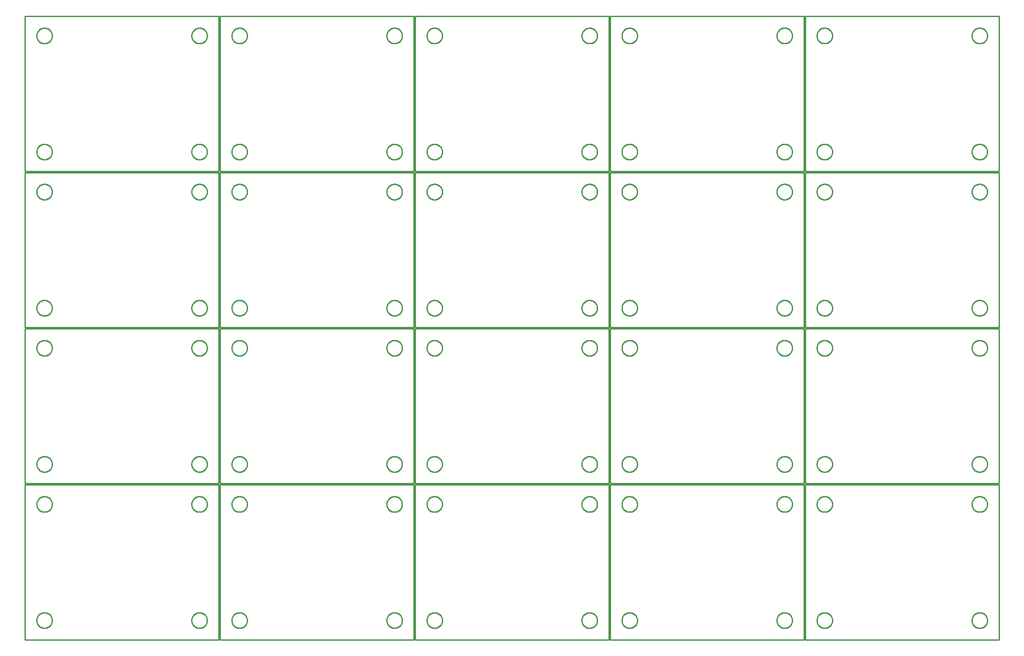
<source format=gbr>
G04 Panel Editor  V12.2 (Build 1133) Date:  Mon Apr 13 15:19:44 2020 *
G04 Database: C:\Users\sergey\Documents\EAGLE\projects\Led_amp\export\CAMOutputs\Panel\Led_amp.cam *
G04 Layer 4: profile.gbr *
%FSLAX34Y34*%
%MOMM*%
%SFA1.000B1.000*%

%MIA0B0*%
%IPPOS*%
%ADD19C,0.25400*%
%LNprofile.gbr*%
%SRX1Y1I0J0*%
%LPD*%
%SRX5Y4I37.754J30.254*%
G54D19*
X1270Y1270D02*
G01X376270D01*
Y301270*
X1270*
Y1270*
X53770Y38234D02*
G01X53694Y37166D01*
X53541Y36105*
X53313Y35058*
X53011Y34030*
X52637Y33026*
X52192Y32051*
X51678Y31111*
X51099Y30210*
X50457Y29352*
X49755Y28542*
X48998Y27785*
X48188Y27083*
X47330Y26441*
X46429Y25862*
X45489Y25348*
X44514Y24903*
X43510Y24529*
X42482Y24227*
X41435Y23999*
X40374Y23846*
X39306Y23770*
X38234*
X37166Y23846*
X36105Y23999*
X35058Y24227*
X34030Y24529*
X33026Y24903*
X32051Y25348*
X31111Y25862*
X30210Y26441*
X29352Y27083*
X28542Y27785*
X27785Y28542*
X27083Y29352*
X26441Y30210*
X25862Y31111*
X25348Y32051*
X24903Y33026*
X24529Y34030*
X24227Y35058*
X23999Y36105*
X23846Y37166*
X23770Y38234*
Y39306*
X23846Y40374*
X23999Y41435*
X24227Y42482*
X24529Y43510*
X24903Y44514*
X25348Y45489*
X25862Y46429*
X26441Y47330*
X27083Y48188*
X27785Y48998*
X28542Y49755*
X29352Y50457*
X30210Y51099*
X31111Y51678*
X32051Y52192*
X33026Y52637*
X34030Y53011*
X35058Y53313*
X36105Y53541*
X37166Y53694*
X38234Y53770*
X39306*
X40374Y53694*
X41435Y53541*
X42482Y53313*
X43510Y53011*
X44514Y52637*
X45489Y52192*
X46429Y51678*
X47330Y51099*
X48188Y50457*
X48998Y49755*
X49755Y48998*
X50457Y48188*
X51099Y47330*
X51678Y46429*
X52192Y45489*
X52637Y44514*
X53011Y43510*
X53313Y42482*
X53541Y41435*
X53694Y40374*
X53770Y39306*
Y38234*
X353770D02*
G01X353694Y37166D01*
X353541Y36105*
X353313Y35058*
X353011Y34030*
X352637Y33026*
X352192Y32051*
X351678Y31111*
X351099Y30210*
X350457Y29352*
X349755Y28542*
X348998Y27785*
X348188Y27083*
X347330Y26441*
X346429Y25862*
X345489Y25348*
X344514Y24903*
X343510Y24529*
X342482Y24227*
X341435Y23999*
X340374Y23846*
X339306Y23770*
X338234*
X337166Y23846*
X336105Y23999*
X335058Y24227*
X334030Y24529*
X333026Y24903*
X332051Y25348*
X331111Y25862*
X330210Y26441*
X329352Y27083*
X328542Y27785*
X327785Y28542*
X327083Y29352*
X326441Y30210*
X325862Y31111*
X325348Y32051*
X324903Y33026*
X324529Y34030*
X324227Y35058*
X323999Y36105*
X323846Y37166*
X323770Y38234*
Y39306*
X323846Y40374*
X323999Y41435*
X324227Y42482*
X324529Y43510*
X324903Y44514*
X325348Y45489*
X325862Y46429*
X326441Y47330*
X327083Y48188*
X327785Y48998*
X328542Y49755*
X329352Y50457*
X330210Y51099*
X331111Y51678*
X332051Y52192*
X333026Y52637*
X334030Y53011*
X335058Y53313*
X336105Y53541*
X337166Y53694*
X338234Y53770*
X339306*
X340374Y53694*
X341435Y53541*
X342482Y53313*
X343510Y53011*
X344514Y52637*
X345489Y52192*
X346429Y51678*
X347330Y51099*
X348188Y50457*
X348998Y49755*
X349755Y48998*
X350457Y48188*
X351099Y47330*
X351678Y46429*
X352192Y45489*
X352637Y44514*
X353011Y43510*
X353313Y42482*
X353541Y41435*
X353694Y40374*
X353770Y39306*
Y38234*
X53770Y263234D02*
G01X53694Y262166D01*
X53541Y261105*
X53313Y260058*
X53011Y259030*
X52637Y258026*
X52192Y257051*
X51678Y256111*
X51099Y255210*
X50457Y254352*
X49755Y253542*
X48998Y252785*
X48188Y252083*
X47330Y251441*
X46429Y250862*
X45489Y250348*
X44514Y249903*
X43510Y249529*
X42482Y249227*
X41435Y248999*
X40374Y248846*
X39306Y248770*
X38234*
X37166Y248846*
X36105Y248999*
X35058Y249227*
X34030Y249529*
X33026Y249903*
X32051Y250348*
X31111Y250862*
X30210Y251441*
X29352Y252083*
X28542Y252785*
X27785Y253542*
X27083Y254352*
X26441Y255210*
X25862Y256111*
X25348Y257051*
X24903Y258026*
X24529Y259030*
X24227Y260058*
X23999Y261105*
X23846Y262166*
X23770Y263234*
Y264306*
X23846Y265374*
X23999Y266435*
X24227Y267482*
X24529Y268510*
X24903Y269514*
X25348Y270489*
X25862Y271429*
X26441Y272330*
X27083Y273188*
X27785Y273998*
X28542Y274755*
X29352Y275457*
X30210Y276099*
X31111Y276678*
X32051Y277192*
X33026Y277637*
X34030Y278011*
X35058Y278313*
X36105Y278541*
X37166Y278694*
X38234Y278770*
X39306*
X40374Y278694*
X41435Y278541*
X42482Y278313*
X43510Y278011*
X44514Y277637*
X45489Y277192*
X46429Y276678*
X47330Y276099*
X48188Y275457*
X48998Y274755*
X49755Y273998*
X50457Y273188*
X51099Y272330*
X51678Y271429*
X52192Y270489*
X52637Y269514*
X53011Y268510*
X53313Y267482*
X53541Y266435*
X53694Y265374*
X53770Y264306*
Y263234*
X353770D02*
G01X353694Y262166D01*
X353541Y261105*
X353313Y260058*
X353011Y259030*
X352637Y258026*
X352192Y257051*
X351678Y256111*
X351099Y255210*
X350457Y254352*
X349755Y253542*
X348998Y252785*
X348188Y252083*
X347330Y251441*
X346429Y250862*
X345489Y250348*
X344514Y249903*
X343510Y249529*
X342482Y249227*
X341435Y248999*
X340374Y248846*
X339306Y248770*
X338234*
X337166Y248846*
X336105Y248999*
X335058Y249227*
X334030Y249529*
X333026Y249903*
X332051Y250348*
X331111Y250862*
X330210Y251441*
X329352Y252083*
X328542Y252785*
X327785Y253542*
X327083Y254352*
X326441Y255210*
X325862Y256111*
X325348Y257051*
X324903Y258026*
X324529Y259030*
X324227Y260058*
X323999Y261105*
X323846Y262166*
X323770Y263234*
Y264306*
X323846Y265374*
X323999Y266435*
X324227Y267482*
X324529Y268510*
X324903Y269514*
X325348Y270489*
X325862Y271429*
X326441Y272330*
X327083Y273188*
X327785Y273998*
X328542Y274755*
X329352Y275457*
X330210Y276099*
X331111Y276678*
X332051Y277192*
X333026Y277637*
X334030Y278011*
X335058Y278313*
X336105Y278541*
X337166Y278694*
X338234Y278770*
X339306*
X340374Y278694*
X341435Y278541*
X342482Y278313*
X343510Y278011*
X344514Y277637*
X345489Y277192*
X346429Y276678*
X347330Y276099*
X348188Y275457*
X348998Y274755*
X349755Y273998*
X350457Y273188*
X351099Y272330*
X351678Y271429*
X352192Y270489*
X352637Y269514*
X353011Y268510*
X353313Y267482*
X353541Y266435*
X353694Y265374*
X353770Y264306*
Y263234*
M02*

</source>
